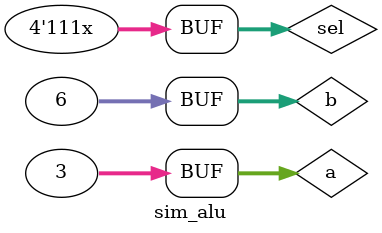
<source format=v>
`include "alu.v"
module sim_alu ;
    integer i;
    reg [31:0]   a;
    reg [31:0]   b;
    reg [ 3:0] sel;
    wire[31:0]   Y;
    wire      zero;

    alu dut (
        .Y (Y),
        .a (a),
        .b (b),
        .sel(sel),
        .zero (zero)
    );

    initial begin
        $dumpfile("alu.vcd");
        $dumpvars(0, sim_alu);
        a = 3; b = 6; sel = 4'b0000; #5; //Suma
        a = 3; b = 6; sel = 4'b0001; #5; //Resta
        a = 3; b = 3; sel = 4'b0001; #5; //Resta igual a cero
        a = 3; b = 6; sel = 4'b001x; #5; //Desplazamiento izquierda
        a = 3; b = 6; sel = 4'b010x; #5; //Menor que complemento a 2
        a = 3; b = 6; sel = 4'b011x; #5; //Menor que binario natural
        a = 3; b = 6; sel = 4'b100x; #5; //Funcion xor
        a = 32'h80000000; b = 4; sel = 4'b1010; #5; //Desplazamiento derecha binario natural
        a = 32'h80000000; b = 4; sel = 4'b1011; #5; //Desplazamiento derecha completo a 2
        a = 3; b = 6; sel = 4'b110x; #5; //Funcion or
        a = 3; b = 6; sel = 4'b111x; #5; //Funcion and
    end
endmodule
</source>
